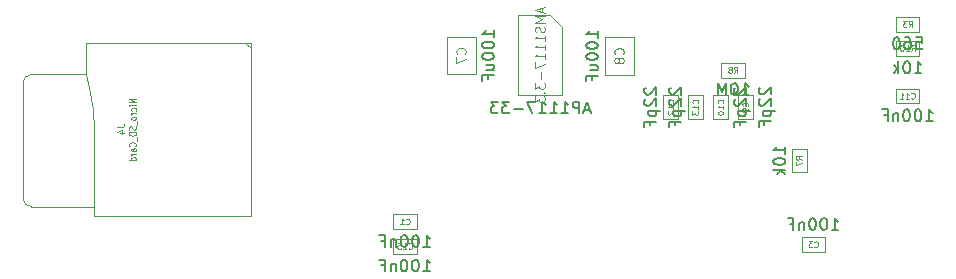
<source format=gbr>
%TF.GenerationSoftware,KiCad,Pcbnew,(5.1.10)-1*%
%TF.CreationDate,2021-08-29T21:18:51+07:00*%
%TF.ProjectId,stm32f405rgt6_Mini,73746d33-3266-4343-9035-726774365f4d,rev?*%
%TF.SameCoordinates,Original*%
%TF.FileFunction,Other,Fab,Bot*%
%FSLAX46Y46*%
G04 Gerber Fmt 4.6, Leading zero omitted, Abs format (unit mm)*
G04 Created by KiCad (PCBNEW (5.1.10)-1) date 2021-08-29 21:18:51*
%MOMM*%
%LPD*%
G01*
G04 APERTURE LIST*
%ADD10C,0.100000*%
%ADD11C,0.050000*%
%ADD12C,0.150000*%
%ADD13C,0.080000*%
%ADD14C,0.120000*%
G04 APERTURE END LIST*
D10*
%TO.C,C13*%
X127162400Y-90572080D02*
X127162400Y-92572080D01*
X128412400Y-90572080D02*
X127162400Y-90572080D01*
X128412400Y-92572080D02*
X128412400Y-90572080D01*
X127162400Y-92572080D02*
X128412400Y-92572080D01*
D11*
%TO.C,J4*%
X89637000Y-86096600D02*
X90137000Y-86596600D01*
X76837000Y-93446600D02*
X76737000Y-91746600D01*
X76737000Y-91746600D02*
X76437000Y-89946600D01*
X76437000Y-89946600D02*
X76137000Y-88746600D01*
X71537000Y-99996600D02*
X76837000Y-99996600D01*
X70837000Y-99296600D02*
X70837000Y-89496600D01*
X71537000Y-88796600D02*
X76137000Y-88796600D01*
X76137000Y-88796600D02*
X76137000Y-86096600D01*
X76837000Y-100796600D02*
X76837000Y-93446600D01*
X90137000Y-100796600D02*
X90137000Y-86096600D01*
X90137000Y-86096600D02*
X76137000Y-86096600D01*
X90137000Y-100796600D02*
X76837000Y-100796600D01*
X70837000Y-99296600D02*
G75*
G03*
X71537000Y-99996600I700000J0D01*
G01*
X70837000Y-89496600D02*
G75*
G02*
X71537000Y-88796600I700000J0D01*
G01*
D10*
%TO.C,C1*%
X102174800Y-101894800D02*
X104174800Y-101894800D01*
X102174800Y-100644800D02*
X102174800Y-101894800D01*
X104174800Y-100644800D02*
X102174800Y-100644800D01*
X104174800Y-101894800D02*
X104174800Y-100644800D01*
%TO.C,C3*%
X138756900Y-102567580D02*
X136756900Y-102567580D01*
X138756900Y-103817580D02*
X138756900Y-102567580D01*
X136756900Y-103817580D02*
X138756900Y-103817580D01*
X136756900Y-102567580D02*
X136756900Y-103817580D01*
%TO.C,C7*%
X109205080Y-88790580D02*
X109205080Y-85590580D01*
X106705080Y-88790580D02*
X109205080Y-88790580D01*
X106705080Y-85590580D02*
X106705080Y-88790580D01*
X109205080Y-85590580D02*
X106705080Y-85590580D01*
%TO.C,C8*%
X120098500Y-88821060D02*
X122598500Y-88821060D01*
X122598500Y-88821060D02*
X122598500Y-85621060D01*
X122598500Y-85621060D02*
X120098500Y-85621060D01*
X120098500Y-85621060D02*
X120098500Y-88821060D01*
%TO.C,C9*%
X132626260Y-90559380D02*
X131376260Y-90559380D01*
X131376260Y-90559380D02*
X131376260Y-92559380D01*
X131376260Y-92559380D02*
X132626260Y-92559380D01*
X132626260Y-92559380D02*
X132626260Y-90559380D01*
%TO.C,C10*%
X130538380Y-92569540D02*
X130538380Y-90569540D01*
X129288380Y-92569540D02*
X130538380Y-92569540D01*
X129288380Y-90569540D02*
X129288380Y-92569540D01*
X130538380Y-90569540D02*
X129288380Y-90569540D01*
%TO.C,C11*%
X144719800Y-91252200D02*
X146719800Y-91252200D01*
X144719800Y-90002200D02*
X144719800Y-91252200D01*
X146719800Y-90002200D02*
X144719800Y-90002200D01*
X146719800Y-91252200D02*
X146719800Y-90002200D01*
%TO.C,C12*%
X125051660Y-90569540D02*
X125051660Y-92569540D01*
X126301660Y-90569540D02*
X125051660Y-90569540D01*
X126301660Y-92569540D02*
X126301660Y-90569540D01*
X125051660Y-92569540D02*
X126301660Y-92569540D01*
%TO.C,C15*%
X102164640Y-103969980D02*
X104164640Y-103969980D01*
X102164640Y-102719980D02*
X102164640Y-103969980D01*
X104164640Y-102719980D02*
X102164640Y-102719980D01*
X104164640Y-103969980D02*
X104164640Y-102719980D01*
%TO.C,R3*%
X144732500Y-85173980D02*
X146732500Y-85173980D01*
X144732500Y-83923980D02*
X144732500Y-85173980D01*
X146732500Y-83923980D02*
X144732500Y-83923980D01*
X146732500Y-85173980D02*
X146732500Y-83923980D01*
%TO.C,R8*%
X131952240Y-89057640D02*
X131952240Y-87807640D01*
X131952240Y-87807640D02*
X129952240Y-87807640D01*
X129952240Y-87807640D02*
X129952240Y-89057640D01*
X129952240Y-89057640D02*
X131952240Y-89057640D01*
%TO.C,R10*%
X146732500Y-87213600D02*
X146732500Y-85963600D01*
X146732500Y-85963600D02*
X144732500Y-85963600D01*
X144732500Y-85963600D02*
X144732500Y-87213600D01*
X144732500Y-87213600D02*
X146732500Y-87213600D01*
%TO.C,AMS1117-3.3*%
X116480200Y-84797400D02*
X115480200Y-83797400D01*
X116480200Y-84797400D02*
X116480200Y-90497400D01*
X115480200Y-83797400D02*
X112780200Y-83797400D01*
X116480200Y-90497400D02*
X112780200Y-90497400D01*
X112780200Y-83797400D02*
X112780200Y-90497400D01*
%TO.C,R7*%
X135925400Y-95088200D02*
X135925400Y-97088200D01*
X137175400Y-95088200D02*
X135925400Y-95088200D01*
X137175400Y-97088200D02*
X137175400Y-95088200D01*
X135925400Y-97088200D02*
X137175400Y-97088200D01*
%TD*%
%TO.C,C13*%
D12*
X125655019Y-89929222D02*
X125607400Y-89976841D01*
X125559780Y-90072080D01*
X125559780Y-90310175D01*
X125607400Y-90405413D01*
X125655019Y-90453032D01*
X125750257Y-90500651D01*
X125845495Y-90500651D01*
X125988352Y-90453032D01*
X126559780Y-89881603D01*
X126559780Y-90500651D01*
X125655019Y-90881603D02*
X125607400Y-90929222D01*
X125559780Y-91024460D01*
X125559780Y-91262556D01*
X125607400Y-91357794D01*
X125655019Y-91405413D01*
X125750257Y-91453032D01*
X125845495Y-91453032D01*
X125988352Y-91405413D01*
X126559780Y-90833984D01*
X126559780Y-91453032D01*
X125893114Y-91881603D02*
X126893114Y-91881603D01*
X125940733Y-91881603D02*
X125893114Y-91976841D01*
X125893114Y-92167318D01*
X125940733Y-92262556D01*
X125988352Y-92310175D01*
X126083590Y-92357794D01*
X126369304Y-92357794D01*
X126464542Y-92310175D01*
X126512161Y-92262556D01*
X126559780Y-92167318D01*
X126559780Y-91976841D01*
X126512161Y-91881603D01*
X126035971Y-93119699D02*
X126035971Y-92786365D01*
X126559780Y-92786365D02*
X125559780Y-92786365D01*
X125559780Y-93262556D01*
D13*
X127965971Y-91250651D02*
X127989780Y-91226841D01*
X128013590Y-91155413D01*
X128013590Y-91107794D01*
X127989780Y-91036365D01*
X127942161Y-90988746D01*
X127894542Y-90964937D01*
X127799304Y-90941127D01*
X127727876Y-90941127D01*
X127632638Y-90964937D01*
X127585019Y-90988746D01*
X127537400Y-91036365D01*
X127513590Y-91107794D01*
X127513590Y-91155413D01*
X127537400Y-91226841D01*
X127561209Y-91250651D01*
X128013590Y-91726841D02*
X128013590Y-91441127D01*
X128013590Y-91583984D02*
X127513590Y-91583984D01*
X127585019Y-91536365D01*
X127632638Y-91488746D01*
X127656447Y-91441127D01*
X127513590Y-91893508D02*
X127513590Y-92203032D01*
X127704066Y-92036365D01*
X127704066Y-92107794D01*
X127727876Y-92155413D01*
X127751685Y-92179222D01*
X127799304Y-92203032D01*
X127918352Y-92203032D01*
X127965971Y-92179222D01*
X127989780Y-92155413D01*
X128013590Y-92107794D01*
X128013590Y-91964937D01*
X127989780Y-91917318D01*
X127965971Y-91893508D01*
%TO.C,J4*%
D10*
X78808428Y-93246600D02*
X79237000Y-93246600D01*
X79322714Y-93218028D01*
X79379857Y-93160885D01*
X79408428Y-93075171D01*
X79408428Y-93018028D01*
X79008428Y-93789457D02*
X79408428Y-93789457D01*
X78779857Y-93646600D02*
X79208428Y-93503742D01*
X79208428Y-93875171D01*
X80408428Y-90839457D02*
X79808428Y-90839457D01*
X80237000Y-91006123D01*
X79808428Y-91172790D01*
X80408428Y-91172790D01*
X80408428Y-91410885D02*
X80008428Y-91410885D01*
X79808428Y-91410885D02*
X79837000Y-91387076D01*
X79865571Y-91410885D01*
X79837000Y-91434695D01*
X79808428Y-91410885D01*
X79865571Y-91410885D01*
X80379857Y-91863266D02*
X80408428Y-91815647D01*
X80408428Y-91720409D01*
X80379857Y-91672790D01*
X80351285Y-91648980D01*
X80294142Y-91625171D01*
X80122714Y-91625171D01*
X80065571Y-91648980D01*
X80037000Y-91672790D01*
X80008428Y-91720409D01*
X80008428Y-91815647D01*
X80037000Y-91863266D01*
X80408428Y-92077552D02*
X80008428Y-92077552D01*
X80122714Y-92077552D02*
X80065571Y-92101361D01*
X80037000Y-92125171D01*
X80008428Y-92172790D01*
X80008428Y-92220409D01*
X80408428Y-92458504D02*
X80379857Y-92410885D01*
X80351285Y-92387076D01*
X80294142Y-92363266D01*
X80122714Y-92363266D01*
X80065571Y-92387076D01*
X80037000Y-92410885D01*
X80008428Y-92458504D01*
X80008428Y-92529933D01*
X80037000Y-92577552D01*
X80065571Y-92601361D01*
X80122714Y-92625171D01*
X80294142Y-92625171D01*
X80351285Y-92601361D01*
X80379857Y-92577552D01*
X80408428Y-92529933D01*
X80408428Y-92458504D01*
X80465571Y-92720409D02*
X80465571Y-93101361D01*
X80379857Y-93196600D02*
X80408428Y-93268028D01*
X80408428Y-93387076D01*
X80379857Y-93434695D01*
X80351285Y-93458504D01*
X80294142Y-93482314D01*
X80237000Y-93482314D01*
X80179857Y-93458504D01*
X80151285Y-93434695D01*
X80122714Y-93387076D01*
X80094142Y-93291838D01*
X80065571Y-93244219D01*
X80037000Y-93220409D01*
X79979857Y-93196600D01*
X79922714Y-93196600D01*
X79865571Y-93220409D01*
X79837000Y-93244219D01*
X79808428Y-93291838D01*
X79808428Y-93410885D01*
X79837000Y-93482314D01*
X80408428Y-93696600D02*
X79808428Y-93696600D01*
X79808428Y-93815647D01*
X79837000Y-93887076D01*
X79894142Y-93934695D01*
X79951285Y-93958504D01*
X80065571Y-93982314D01*
X80151285Y-93982314D01*
X80265571Y-93958504D01*
X80322714Y-93934695D01*
X80379857Y-93887076D01*
X80408428Y-93815647D01*
X80408428Y-93696600D01*
X80465571Y-94077552D02*
X80465571Y-94458504D01*
X80351285Y-94863266D02*
X80379857Y-94839457D01*
X80408428Y-94768028D01*
X80408428Y-94720409D01*
X80379857Y-94648980D01*
X80322714Y-94601361D01*
X80265571Y-94577552D01*
X80151285Y-94553742D01*
X80065571Y-94553742D01*
X79951285Y-94577552D01*
X79894142Y-94601361D01*
X79837000Y-94648980D01*
X79808428Y-94720409D01*
X79808428Y-94768028D01*
X79837000Y-94839457D01*
X79865571Y-94863266D01*
X80408428Y-95291838D02*
X80094142Y-95291838D01*
X80037000Y-95268028D01*
X80008428Y-95220409D01*
X80008428Y-95125171D01*
X80037000Y-95077552D01*
X80379857Y-95291838D02*
X80408428Y-95244219D01*
X80408428Y-95125171D01*
X80379857Y-95077552D01*
X80322714Y-95053742D01*
X80265571Y-95053742D01*
X80208428Y-95077552D01*
X80179857Y-95125171D01*
X80179857Y-95244219D01*
X80151285Y-95291838D01*
X80408428Y-95529933D02*
X80008428Y-95529933D01*
X80122714Y-95529933D02*
X80065571Y-95553742D01*
X80037000Y-95577552D01*
X80008428Y-95625171D01*
X80008428Y-95672790D01*
X80408428Y-96053742D02*
X79808428Y-96053742D01*
X80379857Y-96053742D02*
X80408428Y-96006123D01*
X80408428Y-95910885D01*
X80379857Y-95863266D01*
X80351285Y-95839457D01*
X80294142Y-95815647D01*
X80122714Y-95815647D01*
X80065571Y-95839457D01*
X80037000Y-95863266D01*
X80008428Y-95910885D01*
X80008428Y-96006123D01*
X80037000Y-96053742D01*
%TO.C,C1*%
D12*
X104722419Y-103402180D02*
X105293847Y-103402180D01*
X105008133Y-103402180D02*
X105008133Y-102402180D01*
X105103371Y-102545038D01*
X105198609Y-102640276D01*
X105293847Y-102687895D01*
X104103371Y-102402180D02*
X104008133Y-102402180D01*
X103912895Y-102449800D01*
X103865276Y-102497419D01*
X103817657Y-102592657D01*
X103770038Y-102783133D01*
X103770038Y-103021228D01*
X103817657Y-103211704D01*
X103865276Y-103306942D01*
X103912895Y-103354561D01*
X104008133Y-103402180D01*
X104103371Y-103402180D01*
X104198609Y-103354561D01*
X104246228Y-103306942D01*
X104293847Y-103211704D01*
X104341466Y-103021228D01*
X104341466Y-102783133D01*
X104293847Y-102592657D01*
X104246228Y-102497419D01*
X104198609Y-102449800D01*
X104103371Y-102402180D01*
X103150990Y-102402180D02*
X103055752Y-102402180D01*
X102960514Y-102449800D01*
X102912895Y-102497419D01*
X102865276Y-102592657D01*
X102817657Y-102783133D01*
X102817657Y-103021228D01*
X102865276Y-103211704D01*
X102912895Y-103306942D01*
X102960514Y-103354561D01*
X103055752Y-103402180D01*
X103150990Y-103402180D01*
X103246228Y-103354561D01*
X103293847Y-103306942D01*
X103341466Y-103211704D01*
X103389085Y-103021228D01*
X103389085Y-102783133D01*
X103341466Y-102592657D01*
X103293847Y-102497419D01*
X103246228Y-102449800D01*
X103150990Y-102402180D01*
X102389085Y-102735514D02*
X102389085Y-103402180D01*
X102389085Y-102830752D02*
X102341466Y-102783133D01*
X102246228Y-102735514D01*
X102103371Y-102735514D01*
X102008133Y-102783133D01*
X101960514Y-102878371D01*
X101960514Y-103402180D01*
X101150990Y-102878371D02*
X101484323Y-102878371D01*
X101484323Y-103402180D02*
X101484323Y-102402180D01*
X101008133Y-102402180D01*
D13*
X103258133Y-101448371D02*
X103281942Y-101472180D01*
X103353371Y-101495990D01*
X103400990Y-101495990D01*
X103472419Y-101472180D01*
X103520038Y-101424561D01*
X103543847Y-101376942D01*
X103567657Y-101281704D01*
X103567657Y-101210276D01*
X103543847Y-101115038D01*
X103520038Y-101067419D01*
X103472419Y-101019800D01*
X103400990Y-100995990D01*
X103353371Y-100995990D01*
X103281942Y-101019800D01*
X103258133Y-101043609D01*
X102781942Y-101495990D02*
X103067657Y-101495990D01*
X102924800Y-101495990D02*
X102924800Y-100995990D01*
X102972419Y-101067419D01*
X103020038Y-101115038D01*
X103067657Y-101138847D01*
%TO.C,C3*%
D12*
X139304519Y-101964960D02*
X139875947Y-101964960D01*
X139590233Y-101964960D02*
X139590233Y-100964960D01*
X139685471Y-101107818D01*
X139780709Y-101203056D01*
X139875947Y-101250675D01*
X138685471Y-100964960D02*
X138590233Y-100964960D01*
X138494995Y-101012580D01*
X138447376Y-101060199D01*
X138399757Y-101155437D01*
X138352138Y-101345913D01*
X138352138Y-101584008D01*
X138399757Y-101774484D01*
X138447376Y-101869722D01*
X138494995Y-101917341D01*
X138590233Y-101964960D01*
X138685471Y-101964960D01*
X138780709Y-101917341D01*
X138828328Y-101869722D01*
X138875947Y-101774484D01*
X138923566Y-101584008D01*
X138923566Y-101345913D01*
X138875947Y-101155437D01*
X138828328Y-101060199D01*
X138780709Y-101012580D01*
X138685471Y-100964960D01*
X137733090Y-100964960D02*
X137637852Y-100964960D01*
X137542614Y-101012580D01*
X137494995Y-101060199D01*
X137447376Y-101155437D01*
X137399757Y-101345913D01*
X137399757Y-101584008D01*
X137447376Y-101774484D01*
X137494995Y-101869722D01*
X137542614Y-101917341D01*
X137637852Y-101964960D01*
X137733090Y-101964960D01*
X137828328Y-101917341D01*
X137875947Y-101869722D01*
X137923566Y-101774484D01*
X137971185Y-101584008D01*
X137971185Y-101345913D01*
X137923566Y-101155437D01*
X137875947Y-101060199D01*
X137828328Y-101012580D01*
X137733090Y-100964960D01*
X136971185Y-101298294D02*
X136971185Y-101964960D01*
X136971185Y-101393532D02*
X136923566Y-101345913D01*
X136828328Y-101298294D01*
X136685471Y-101298294D01*
X136590233Y-101345913D01*
X136542614Y-101441151D01*
X136542614Y-101964960D01*
X135733090Y-101441151D02*
X136066423Y-101441151D01*
X136066423Y-101964960D02*
X136066423Y-100964960D01*
X135590233Y-100964960D01*
D13*
X137840233Y-103371151D02*
X137864042Y-103394960D01*
X137935471Y-103418770D01*
X137983090Y-103418770D01*
X138054519Y-103394960D01*
X138102138Y-103347341D01*
X138125947Y-103299722D01*
X138149757Y-103204484D01*
X138149757Y-103133056D01*
X138125947Y-103037818D01*
X138102138Y-102990199D01*
X138054519Y-102942580D01*
X137983090Y-102918770D01*
X137935471Y-102918770D01*
X137864042Y-102942580D01*
X137840233Y-102966389D01*
X137673566Y-102918770D02*
X137364042Y-102918770D01*
X137530709Y-103109246D01*
X137459280Y-103109246D01*
X137411661Y-103133056D01*
X137387852Y-103156865D01*
X137364042Y-103204484D01*
X137364042Y-103323532D01*
X137387852Y-103371151D01*
X137411661Y-103394960D01*
X137459280Y-103418770D01*
X137602138Y-103418770D01*
X137649757Y-103394960D01*
X137673566Y-103371151D01*
%TO.C,C7*%
D12*
X110707460Y-85642960D02*
X110707460Y-85071532D01*
X110707460Y-85357246D02*
X109707460Y-85357246D01*
X109850318Y-85262008D01*
X109945556Y-85166770D01*
X109993175Y-85071532D01*
X109707460Y-86262008D02*
X109707460Y-86357246D01*
X109755080Y-86452484D01*
X109802699Y-86500103D01*
X109897937Y-86547722D01*
X110088413Y-86595341D01*
X110326508Y-86595341D01*
X110516984Y-86547722D01*
X110612222Y-86500103D01*
X110659841Y-86452484D01*
X110707460Y-86357246D01*
X110707460Y-86262008D01*
X110659841Y-86166770D01*
X110612222Y-86119151D01*
X110516984Y-86071532D01*
X110326508Y-86023913D01*
X110088413Y-86023913D01*
X109897937Y-86071532D01*
X109802699Y-86119151D01*
X109755080Y-86166770D01*
X109707460Y-86262008D01*
X109707460Y-87214389D02*
X109707460Y-87309627D01*
X109755080Y-87404865D01*
X109802699Y-87452484D01*
X109897937Y-87500103D01*
X110088413Y-87547722D01*
X110326508Y-87547722D01*
X110516984Y-87500103D01*
X110612222Y-87452484D01*
X110659841Y-87404865D01*
X110707460Y-87309627D01*
X110707460Y-87214389D01*
X110659841Y-87119151D01*
X110612222Y-87071532D01*
X110516984Y-87023913D01*
X110326508Y-86976294D01*
X110088413Y-86976294D01*
X109897937Y-87023913D01*
X109802699Y-87071532D01*
X109755080Y-87119151D01*
X109707460Y-87214389D01*
X110040794Y-88404865D02*
X110707460Y-88404865D01*
X110040794Y-87976294D02*
X110564603Y-87976294D01*
X110659841Y-88023913D01*
X110707460Y-88119151D01*
X110707460Y-88262008D01*
X110659841Y-88357246D01*
X110612222Y-88404865D01*
X110183651Y-89214389D02*
X110183651Y-88881056D01*
X110707460Y-88881056D02*
X109707460Y-88881056D01*
X109707460Y-89357246D01*
D14*
X108240794Y-87057246D02*
X108278889Y-87019151D01*
X108316984Y-86904865D01*
X108316984Y-86828675D01*
X108278889Y-86714389D01*
X108202699Y-86638199D01*
X108126508Y-86600103D01*
X107974127Y-86562008D01*
X107859841Y-86562008D01*
X107707460Y-86600103D01*
X107631270Y-86638199D01*
X107555080Y-86714389D01*
X107516984Y-86828675D01*
X107516984Y-86904865D01*
X107555080Y-87019151D01*
X107593175Y-87057246D01*
X107516984Y-87323913D02*
X107516984Y-87857246D01*
X108316984Y-87514389D01*
%TO.C,C8*%
D12*
X119500880Y-85673440D02*
X119500880Y-85102012D01*
X119500880Y-85387726D02*
X118500880Y-85387726D01*
X118643738Y-85292488D01*
X118738976Y-85197250D01*
X118786595Y-85102012D01*
X118500880Y-86292488D02*
X118500880Y-86387726D01*
X118548500Y-86482964D01*
X118596119Y-86530583D01*
X118691357Y-86578202D01*
X118881833Y-86625821D01*
X119119928Y-86625821D01*
X119310404Y-86578202D01*
X119405642Y-86530583D01*
X119453261Y-86482964D01*
X119500880Y-86387726D01*
X119500880Y-86292488D01*
X119453261Y-86197250D01*
X119405642Y-86149631D01*
X119310404Y-86102012D01*
X119119928Y-86054393D01*
X118881833Y-86054393D01*
X118691357Y-86102012D01*
X118596119Y-86149631D01*
X118548500Y-86197250D01*
X118500880Y-86292488D01*
X118500880Y-87244869D02*
X118500880Y-87340107D01*
X118548500Y-87435345D01*
X118596119Y-87482964D01*
X118691357Y-87530583D01*
X118881833Y-87578202D01*
X119119928Y-87578202D01*
X119310404Y-87530583D01*
X119405642Y-87482964D01*
X119453261Y-87435345D01*
X119500880Y-87340107D01*
X119500880Y-87244869D01*
X119453261Y-87149631D01*
X119405642Y-87102012D01*
X119310404Y-87054393D01*
X119119928Y-87006774D01*
X118881833Y-87006774D01*
X118691357Y-87054393D01*
X118596119Y-87102012D01*
X118548500Y-87149631D01*
X118500880Y-87244869D01*
X118834214Y-88435345D02*
X119500880Y-88435345D01*
X118834214Y-88006774D02*
X119358023Y-88006774D01*
X119453261Y-88054393D01*
X119500880Y-88149631D01*
X119500880Y-88292488D01*
X119453261Y-88387726D01*
X119405642Y-88435345D01*
X118977071Y-89244869D02*
X118977071Y-88911536D01*
X119500880Y-88911536D02*
X118500880Y-88911536D01*
X118500880Y-89387726D01*
D14*
X121634214Y-87087726D02*
X121672309Y-87049631D01*
X121710404Y-86935345D01*
X121710404Y-86859155D01*
X121672309Y-86744869D01*
X121596119Y-86668679D01*
X121519928Y-86630583D01*
X121367547Y-86592488D01*
X121253261Y-86592488D01*
X121100880Y-86630583D01*
X121024690Y-86668679D01*
X120948500Y-86744869D01*
X120910404Y-86859155D01*
X120910404Y-86935345D01*
X120948500Y-87049631D01*
X120986595Y-87087726D01*
X121253261Y-87544869D02*
X121215166Y-87468679D01*
X121177071Y-87430583D01*
X121100880Y-87392488D01*
X121062785Y-87392488D01*
X120986595Y-87430583D01*
X120948500Y-87468679D01*
X120910404Y-87544869D01*
X120910404Y-87697250D01*
X120948500Y-87773440D01*
X120986595Y-87811536D01*
X121062785Y-87849631D01*
X121100880Y-87849631D01*
X121177071Y-87811536D01*
X121215166Y-87773440D01*
X121253261Y-87697250D01*
X121253261Y-87544869D01*
X121291357Y-87468679D01*
X121329452Y-87430583D01*
X121405642Y-87392488D01*
X121558023Y-87392488D01*
X121634214Y-87430583D01*
X121672309Y-87468679D01*
X121710404Y-87544869D01*
X121710404Y-87697250D01*
X121672309Y-87773440D01*
X121634214Y-87811536D01*
X121558023Y-87849631D01*
X121405642Y-87849631D01*
X121329452Y-87811536D01*
X121291357Y-87773440D01*
X121253261Y-87697250D01*
%TO.C,C9*%
D12*
X133228879Y-89916522D02*
X133181260Y-89964141D01*
X133133640Y-90059380D01*
X133133640Y-90297475D01*
X133181260Y-90392713D01*
X133228879Y-90440332D01*
X133324117Y-90487951D01*
X133419355Y-90487951D01*
X133562212Y-90440332D01*
X134133640Y-89868903D01*
X134133640Y-90487951D01*
X133228879Y-90868903D02*
X133181260Y-90916522D01*
X133133640Y-91011760D01*
X133133640Y-91249856D01*
X133181260Y-91345094D01*
X133228879Y-91392713D01*
X133324117Y-91440332D01*
X133419355Y-91440332D01*
X133562212Y-91392713D01*
X134133640Y-90821284D01*
X134133640Y-91440332D01*
X133466974Y-91868903D02*
X134466974Y-91868903D01*
X133514593Y-91868903D02*
X133466974Y-91964141D01*
X133466974Y-92154618D01*
X133514593Y-92249856D01*
X133562212Y-92297475D01*
X133657450Y-92345094D01*
X133943164Y-92345094D01*
X134038402Y-92297475D01*
X134086021Y-92249856D01*
X134133640Y-92154618D01*
X134133640Y-91964141D01*
X134086021Y-91868903D01*
X133609831Y-93106999D02*
X133609831Y-92773665D01*
X134133640Y-92773665D02*
X133133640Y-92773665D01*
X133133640Y-93249856D01*
D13*
X132179831Y-91476046D02*
X132203640Y-91452237D01*
X132227450Y-91380808D01*
X132227450Y-91333189D01*
X132203640Y-91261760D01*
X132156021Y-91214141D01*
X132108402Y-91190332D01*
X132013164Y-91166522D01*
X131941736Y-91166522D01*
X131846498Y-91190332D01*
X131798879Y-91214141D01*
X131751260Y-91261760D01*
X131727450Y-91333189D01*
X131727450Y-91380808D01*
X131751260Y-91452237D01*
X131775069Y-91476046D01*
X132227450Y-91714141D02*
X132227450Y-91809380D01*
X132203640Y-91856999D01*
X132179831Y-91880808D01*
X132108402Y-91928427D01*
X132013164Y-91952237D01*
X131822688Y-91952237D01*
X131775069Y-91928427D01*
X131751260Y-91904618D01*
X131727450Y-91856999D01*
X131727450Y-91761760D01*
X131751260Y-91714141D01*
X131775069Y-91690332D01*
X131822688Y-91666522D01*
X131941736Y-91666522D01*
X131989355Y-91690332D01*
X132013164Y-91714141D01*
X132036974Y-91761760D01*
X132036974Y-91856999D01*
X132013164Y-91904618D01*
X131989355Y-91928427D01*
X131941736Y-91952237D01*
%TO.C,C10*%
D12*
X131140999Y-89926682D02*
X131093380Y-89974301D01*
X131045760Y-90069540D01*
X131045760Y-90307635D01*
X131093380Y-90402873D01*
X131140999Y-90450492D01*
X131236237Y-90498111D01*
X131331475Y-90498111D01*
X131474332Y-90450492D01*
X132045760Y-89879063D01*
X132045760Y-90498111D01*
X131140999Y-90879063D02*
X131093380Y-90926682D01*
X131045760Y-91021920D01*
X131045760Y-91260016D01*
X131093380Y-91355254D01*
X131140999Y-91402873D01*
X131236237Y-91450492D01*
X131331475Y-91450492D01*
X131474332Y-91402873D01*
X132045760Y-90831444D01*
X132045760Y-91450492D01*
X131379094Y-91879063D02*
X132379094Y-91879063D01*
X131426713Y-91879063D02*
X131379094Y-91974301D01*
X131379094Y-92164778D01*
X131426713Y-92260016D01*
X131474332Y-92307635D01*
X131569570Y-92355254D01*
X131855284Y-92355254D01*
X131950522Y-92307635D01*
X131998141Y-92260016D01*
X132045760Y-92164778D01*
X132045760Y-91974301D01*
X131998141Y-91879063D01*
X131521951Y-93117159D02*
X131521951Y-92783825D01*
X132045760Y-92783825D02*
X131045760Y-92783825D01*
X131045760Y-93260016D01*
D13*
X130091951Y-91248111D02*
X130115760Y-91224301D01*
X130139570Y-91152873D01*
X130139570Y-91105254D01*
X130115760Y-91033825D01*
X130068141Y-90986206D01*
X130020522Y-90962397D01*
X129925284Y-90938587D01*
X129853856Y-90938587D01*
X129758618Y-90962397D01*
X129710999Y-90986206D01*
X129663380Y-91033825D01*
X129639570Y-91105254D01*
X129639570Y-91152873D01*
X129663380Y-91224301D01*
X129687189Y-91248111D01*
X130139570Y-91724301D02*
X130139570Y-91438587D01*
X130139570Y-91581444D02*
X129639570Y-91581444D01*
X129710999Y-91533825D01*
X129758618Y-91486206D01*
X129782427Y-91438587D01*
X129639570Y-92033825D02*
X129639570Y-92081444D01*
X129663380Y-92129063D01*
X129687189Y-92152873D01*
X129734808Y-92176682D01*
X129830046Y-92200492D01*
X129949094Y-92200492D01*
X130044332Y-92176682D01*
X130091951Y-92152873D01*
X130115760Y-92129063D01*
X130139570Y-92081444D01*
X130139570Y-92033825D01*
X130115760Y-91986206D01*
X130091951Y-91962397D01*
X130044332Y-91938587D01*
X129949094Y-91914778D01*
X129830046Y-91914778D01*
X129734808Y-91938587D01*
X129687189Y-91962397D01*
X129663380Y-91986206D01*
X129639570Y-92033825D01*
%TO.C,C11*%
D12*
X147267419Y-92759580D02*
X147838847Y-92759580D01*
X147553133Y-92759580D02*
X147553133Y-91759580D01*
X147648371Y-91902438D01*
X147743609Y-91997676D01*
X147838847Y-92045295D01*
X146648371Y-91759580D02*
X146553133Y-91759580D01*
X146457895Y-91807200D01*
X146410276Y-91854819D01*
X146362657Y-91950057D01*
X146315038Y-92140533D01*
X146315038Y-92378628D01*
X146362657Y-92569104D01*
X146410276Y-92664342D01*
X146457895Y-92711961D01*
X146553133Y-92759580D01*
X146648371Y-92759580D01*
X146743609Y-92711961D01*
X146791228Y-92664342D01*
X146838847Y-92569104D01*
X146886466Y-92378628D01*
X146886466Y-92140533D01*
X146838847Y-91950057D01*
X146791228Y-91854819D01*
X146743609Y-91807200D01*
X146648371Y-91759580D01*
X145695990Y-91759580D02*
X145600752Y-91759580D01*
X145505514Y-91807200D01*
X145457895Y-91854819D01*
X145410276Y-91950057D01*
X145362657Y-92140533D01*
X145362657Y-92378628D01*
X145410276Y-92569104D01*
X145457895Y-92664342D01*
X145505514Y-92711961D01*
X145600752Y-92759580D01*
X145695990Y-92759580D01*
X145791228Y-92711961D01*
X145838847Y-92664342D01*
X145886466Y-92569104D01*
X145934085Y-92378628D01*
X145934085Y-92140533D01*
X145886466Y-91950057D01*
X145838847Y-91854819D01*
X145791228Y-91807200D01*
X145695990Y-91759580D01*
X144934085Y-92092914D02*
X144934085Y-92759580D01*
X144934085Y-92188152D02*
X144886466Y-92140533D01*
X144791228Y-92092914D01*
X144648371Y-92092914D01*
X144553133Y-92140533D01*
X144505514Y-92235771D01*
X144505514Y-92759580D01*
X143695990Y-92235771D02*
X144029323Y-92235771D01*
X144029323Y-92759580D02*
X144029323Y-91759580D01*
X143553133Y-91759580D01*
D13*
X146041228Y-90805771D02*
X146065038Y-90829580D01*
X146136466Y-90853390D01*
X146184085Y-90853390D01*
X146255514Y-90829580D01*
X146303133Y-90781961D01*
X146326942Y-90734342D01*
X146350752Y-90639104D01*
X146350752Y-90567676D01*
X146326942Y-90472438D01*
X146303133Y-90424819D01*
X146255514Y-90377200D01*
X146184085Y-90353390D01*
X146136466Y-90353390D01*
X146065038Y-90377200D01*
X146041228Y-90401009D01*
X145565038Y-90853390D02*
X145850752Y-90853390D01*
X145707895Y-90853390D02*
X145707895Y-90353390D01*
X145755514Y-90424819D01*
X145803133Y-90472438D01*
X145850752Y-90496247D01*
X145088847Y-90853390D02*
X145374561Y-90853390D01*
X145231704Y-90853390D02*
X145231704Y-90353390D01*
X145279323Y-90424819D01*
X145326942Y-90472438D01*
X145374561Y-90496247D01*
%TO.C,C12*%
D12*
X123544279Y-89926682D02*
X123496660Y-89974301D01*
X123449040Y-90069540D01*
X123449040Y-90307635D01*
X123496660Y-90402873D01*
X123544279Y-90450492D01*
X123639517Y-90498111D01*
X123734755Y-90498111D01*
X123877612Y-90450492D01*
X124449040Y-89879063D01*
X124449040Y-90498111D01*
X123544279Y-90879063D02*
X123496660Y-90926682D01*
X123449040Y-91021920D01*
X123449040Y-91260016D01*
X123496660Y-91355254D01*
X123544279Y-91402873D01*
X123639517Y-91450492D01*
X123734755Y-91450492D01*
X123877612Y-91402873D01*
X124449040Y-90831444D01*
X124449040Y-91450492D01*
X123782374Y-91879063D02*
X124782374Y-91879063D01*
X123829993Y-91879063D02*
X123782374Y-91974301D01*
X123782374Y-92164778D01*
X123829993Y-92260016D01*
X123877612Y-92307635D01*
X123972850Y-92355254D01*
X124258564Y-92355254D01*
X124353802Y-92307635D01*
X124401421Y-92260016D01*
X124449040Y-92164778D01*
X124449040Y-91974301D01*
X124401421Y-91879063D01*
X123925231Y-93117159D02*
X123925231Y-92783825D01*
X124449040Y-92783825D02*
X123449040Y-92783825D01*
X123449040Y-93260016D01*
D13*
X125855231Y-91248111D02*
X125879040Y-91224301D01*
X125902850Y-91152873D01*
X125902850Y-91105254D01*
X125879040Y-91033825D01*
X125831421Y-90986206D01*
X125783802Y-90962397D01*
X125688564Y-90938587D01*
X125617136Y-90938587D01*
X125521898Y-90962397D01*
X125474279Y-90986206D01*
X125426660Y-91033825D01*
X125402850Y-91105254D01*
X125402850Y-91152873D01*
X125426660Y-91224301D01*
X125450469Y-91248111D01*
X125902850Y-91724301D02*
X125902850Y-91438587D01*
X125902850Y-91581444D02*
X125402850Y-91581444D01*
X125474279Y-91533825D01*
X125521898Y-91486206D01*
X125545707Y-91438587D01*
X125450469Y-91914778D02*
X125426660Y-91938587D01*
X125402850Y-91986206D01*
X125402850Y-92105254D01*
X125426660Y-92152873D01*
X125450469Y-92176682D01*
X125498088Y-92200492D01*
X125545707Y-92200492D01*
X125617136Y-92176682D01*
X125902850Y-91890968D01*
X125902850Y-92200492D01*
%TO.C,C15*%
D12*
X104712259Y-105477360D02*
X105283687Y-105477360D01*
X104997973Y-105477360D02*
X104997973Y-104477360D01*
X105093211Y-104620218D01*
X105188449Y-104715456D01*
X105283687Y-104763075D01*
X104093211Y-104477360D02*
X103997973Y-104477360D01*
X103902735Y-104524980D01*
X103855116Y-104572599D01*
X103807497Y-104667837D01*
X103759878Y-104858313D01*
X103759878Y-105096408D01*
X103807497Y-105286884D01*
X103855116Y-105382122D01*
X103902735Y-105429741D01*
X103997973Y-105477360D01*
X104093211Y-105477360D01*
X104188449Y-105429741D01*
X104236068Y-105382122D01*
X104283687Y-105286884D01*
X104331306Y-105096408D01*
X104331306Y-104858313D01*
X104283687Y-104667837D01*
X104236068Y-104572599D01*
X104188449Y-104524980D01*
X104093211Y-104477360D01*
X103140830Y-104477360D02*
X103045592Y-104477360D01*
X102950354Y-104524980D01*
X102902735Y-104572599D01*
X102855116Y-104667837D01*
X102807497Y-104858313D01*
X102807497Y-105096408D01*
X102855116Y-105286884D01*
X102902735Y-105382122D01*
X102950354Y-105429741D01*
X103045592Y-105477360D01*
X103140830Y-105477360D01*
X103236068Y-105429741D01*
X103283687Y-105382122D01*
X103331306Y-105286884D01*
X103378925Y-105096408D01*
X103378925Y-104858313D01*
X103331306Y-104667837D01*
X103283687Y-104572599D01*
X103236068Y-104524980D01*
X103140830Y-104477360D01*
X102378925Y-104810694D02*
X102378925Y-105477360D01*
X102378925Y-104905932D02*
X102331306Y-104858313D01*
X102236068Y-104810694D01*
X102093211Y-104810694D01*
X101997973Y-104858313D01*
X101950354Y-104953551D01*
X101950354Y-105477360D01*
X101140830Y-104953551D02*
X101474163Y-104953551D01*
X101474163Y-105477360D02*
X101474163Y-104477360D01*
X100997973Y-104477360D01*
D13*
X103486068Y-103523551D02*
X103509878Y-103547360D01*
X103581306Y-103571170D01*
X103628925Y-103571170D01*
X103700354Y-103547360D01*
X103747973Y-103499741D01*
X103771782Y-103452122D01*
X103795592Y-103356884D01*
X103795592Y-103285456D01*
X103771782Y-103190218D01*
X103747973Y-103142599D01*
X103700354Y-103094980D01*
X103628925Y-103071170D01*
X103581306Y-103071170D01*
X103509878Y-103094980D01*
X103486068Y-103118789D01*
X103009878Y-103571170D02*
X103295592Y-103571170D01*
X103152735Y-103571170D02*
X103152735Y-103071170D01*
X103200354Y-103142599D01*
X103247973Y-103190218D01*
X103295592Y-103214027D01*
X102557497Y-103071170D02*
X102795592Y-103071170D01*
X102819401Y-103309265D01*
X102795592Y-103285456D01*
X102747973Y-103261646D01*
X102628925Y-103261646D01*
X102581306Y-103285456D01*
X102557497Y-103309265D01*
X102533687Y-103356884D01*
X102533687Y-103475932D01*
X102557497Y-103523551D01*
X102581306Y-103547360D01*
X102628925Y-103571170D01*
X102747973Y-103571170D01*
X102795592Y-103547360D01*
X102819401Y-103523551D01*
%TO.C,R3*%
D12*
X146446785Y-85651360D02*
X146922976Y-85651360D01*
X146970595Y-86127551D01*
X146922976Y-86079932D01*
X146827738Y-86032313D01*
X146589642Y-86032313D01*
X146494404Y-86079932D01*
X146446785Y-86127551D01*
X146399166Y-86222789D01*
X146399166Y-86460884D01*
X146446785Y-86556122D01*
X146494404Y-86603741D01*
X146589642Y-86651360D01*
X146827738Y-86651360D01*
X146922976Y-86603741D01*
X146970595Y-86556122D01*
X145542023Y-85651360D02*
X145732500Y-85651360D01*
X145827738Y-85698980D01*
X145875357Y-85746599D01*
X145970595Y-85889456D01*
X146018214Y-86079932D01*
X146018214Y-86460884D01*
X145970595Y-86556122D01*
X145922976Y-86603741D01*
X145827738Y-86651360D01*
X145637261Y-86651360D01*
X145542023Y-86603741D01*
X145494404Y-86556122D01*
X145446785Y-86460884D01*
X145446785Y-86222789D01*
X145494404Y-86127551D01*
X145542023Y-86079932D01*
X145637261Y-86032313D01*
X145827738Y-86032313D01*
X145922976Y-86079932D01*
X145970595Y-86127551D01*
X146018214Y-86222789D01*
X144827738Y-85651360D02*
X144732500Y-85651360D01*
X144637261Y-85698980D01*
X144589642Y-85746599D01*
X144542023Y-85841837D01*
X144494404Y-86032313D01*
X144494404Y-86270408D01*
X144542023Y-86460884D01*
X144589642Y-86556122D01*
X144637261Y-86603741D01*
X144732500Y-86651360D01*
X144827738Y-86651360D01*
X144922976Y-86603741D01*
X144970595Y-86556122D01*
X145018214Y-86460884D01*
X145065833Y-86270408D01*
X145065833Y-86032313D01*
X145018214Y-85841837D01*
X144970595Y-85746599D01*
X144922976Y-85698980D01*
X144827738Y-85651360D01*
D13*
X145815833Y-84775170D02*
X145982500Y-84537075D01*
X146101547Y-84775170D02*
X146101547Y-84275170D01*
X145911071Y-84275170D01*
X145863452Y-84298980D01*
X145839642Y-84322789D01*
X145815833Y-84370408D01*
X145815833Y-84441837D01*
X145839642Y-84489456D01*
X145863452Y-84513265D01*
X145911071Y-84537075D01*
X146101547Y-84537075D01*
X145649166Y-84275170D02*
X145339642Y-84275170D01*
X145506309Y-84465646D01*
X145434880Y-84465646D01*
X145387261Y-84489456D01*
X145363452Y-84513265D01*
X145339642Y-84560884D01*
X145339642Y-84679932D01*
X145363452Y-84727551D01*
X145387261Y-84751360D01*
X145434880Y-84775170D01*
X145577738Y-84775170D01*
X145625357Y-84751360D01*
X145649166Y-84727551D01*
%TO.C,R8*%
D12*
X131714144Y-90535020D02*
X132285573Y-90535020D01*
X131999859Y-90535020D02*
X131999859Y-89535020D01*
X132095097Y-89677878D01*
X132190335Y-89773116D01*
X132285573Y-89820735D01*
X131095097Y-89535020D02*
X130999859Y-89535020D01*
X130904620Y-89582640D01*
X130857001Y-89630259D01*
X130809382Y-89725497D01*
X130761763Y-89915973D01*
X130761763Y-90154068D01*
X130809382Y-90344544D01*
X130857001Y-90439782D01*
X130904620Y-90487401D01*
X130999859Y-90535020D01*
X131095097Y-90535020D01*
X131190335Y-90487401D01*
X131237954Y-90439782D01*
X131285573Y-90344544D01*
X131333192Y-90154068D01*
X131333192Y-89915973D01*
X131285573Y-89725497D01*
X131237954Y-89630259D01*
X131190335Y-89582640D01*
X131095097Y-89535020D01*
X130333192Y-90535020D02*
X130333192Y-89535020D01*
X129999859Y-90249306D01*
X129666525Y-89535020D01*
X129666525Y-90535020D01*
D13*
X131035573Y-88658830D02*
X131202240Y-88420735D01*
X131321287Y-88658830D02*
X131321287Y-88158830D01*
X131130811Y-88158830D01*
X131083192Y-88182640D01*
X131059382Y-88206449D01*
X131035573Y-88254068D01*
X131035573Y-88325497D01*
X131059382Y-88373116D01*
X131083192Y-88396925D01*
X131130811Y-88420735D01*
X131321287Y-88420735D01*
X130749859Y-88373116D02*
X130797478Y-88349306D01*
X130821287Y-88325497D01*
X130845097Y-88277878D01*
X130845097Y-88254068D01*
X130821287Y-88206449D01*
X130797478Y-88182640D01*
X130749859Y-88158830D01*
X130654620Y-88158830D01*
X130607001Y-88182640D01*
X130583192Y-88206449D01*
X130559382Y-88254068D01*
X130559382Y-88277878D01*
X130583192Y-88325497D01*
X130607001Y-88349306D01*
X130654620Y-88373116D01*
X130749859Y-88373116D01*
X130797478Y-88396925D01*
X130821287Y-88420735D01*
X130845097Y-88468354D01*
X130845097Y-88563592D01*
X130821287Y-88611211D01*
X130797478Y-88635020D01*
X130749859Y-88658830D01*
X130654620Y-88658830D01*
X130607001Y-88635020D01*
X130583192Y-88611211D01*
X130559382Y-88563592D01*
X130559382Y-88468354D01*
X130583192Y-88420735D01*
X130607001Y-88396925D01*
X130654620Y-88373116D01*
%TO.C,R10*%
D12*
X146327738Y-88690980D02*
X146899166Y-88690980D01*
X146613452Y-88690980D02*
X146613452Y-87690980D01*
X146708690Y-87833838D01*
X146803928Y-87929076D01*
X146899166Y-87976695D01*
X145708690Y-87690980D02*
X145613452Y-87690980D01*
X145518214Y-87738600D01*
X145470595Y-87786219D01*
X145422976Y-87881457D01*
X145375357Y-88071933D01*
X145375357Y-88310028D01*
X145422976Y-88500504D01*
X145470595Y-88595742D01*
X145518214Y-88643361D01*
X145613452Y-88690980D01*
X145708690Y-88690980D01*
X145803928Y-88643361D01*
X145851547Y-88595742D01*
X145899166Y-88500504D01*
X145946785Y-88310028D01*
X145946785Y-88071933D01*
X145899166Y-87881457D01*
X145851547Y-87786219D01*
X145803928Y-87738600D01*
X145708690Y-87690980D01*
X144946785Y-88690980D02*
X144946785Y-87690980D01*
X144851547Y-88310028D02*
X144565833Y-88690980D01*
X144565833Y-88024314D02*
X144946785Y-88405266D01*
D13*
X146053928Y-86814790D02*
X146220595Y-86576695D01*
X146339642Y-86814790D02*
X146339642Y-86314790D01*
X146149166Y-86314790D01*
X146101547Y-86338600D01*
X146077738Y-86362409D01*
X146053928Y-86410028D01*
X146053928Y-86481457D01*
X146077738Y-86529076D01*
X146101547Y-86552885D01*
X146149166Y-86576695D01*
X146339642Y-86576695D01*
X145577738Y-86814790D02*
X145863452Y-86814790D01*
X145720595Y-86814790D02*
X145720595Y-86314790D01*
X145768214Y-86386219D01*
X145815833Y-86433838D01*
X145863452Y-86457647D01*
X145268214Y-86314790D02*
X145220595Y-86314790D01*
X145172976Y-86338600D01*
X145149166Y-86362409D01*
X145125357Y-86410028D01*
X145101547Y-86505266D01*
X145101547Y-86624314D01*
X145125357Y-86719552D01*
X145149166Y-86767171D01*
X145172976Y-86790980D01*
X145220595Y-86814790D01*
X145268214Y-86814790D01*
X145315833Y-86790980D01*
X145339642Y-86767171D01*
X145363452Y-86719552D01*
X145387261Y-86624314D01*
X145387261Y-86505266D01*
X145363452Y-86410028D01*
X145339642Y-86362409D01*
X145315833Y-86338600D01*
X145268214Y-86314790D01*
%TO.C,AMS1117-3.3*%
D12*
X118844485Y-91814066D02*
X118368295Y-91814066D01*
X118939723Y-92099780D02*
X118606390Y-91099780D01*
X118273057Y-92099780D01*
X117939723Y-92099780D02*
X117939723Y-91099780D01*
X117558771Y-91099780D01*
X117463533Y-91147400D01*
X117415914Y-91195019D01*
X117368295Y-91290257D01*
X117368295Y-91433114D01*
X117415914Y-91528352D01*
X117463533Y-91575971D01*
X117558771Y-91623590D01*
X117939723Y-91623590D01*
X116415914Y-92099780D02*
X116987342Y-92099780D01*
X116701628Y-92099780D02*
X116701628Y-91099780D01*
X116796866Y-91242638D01*
X116892104Y-91337876D01*
X116987342Y-91385495D01*
X115463533Y-92099780D02*
X116034961Y-92099780D01*
X115749247Y-92099780D02*
X115749247Y-91099780D01*
X115844485Y-91242638D01*
X115939723Y-91337876D01*
X116034961Y-91385495D01*
X114511152Y-92099780D02*
X115082580Y-92099780D01*
X114796866Y-92099780D02*
X114796866Y-91099780D01*
X114892104Y-91242638D01*
X114987342Y-91337876D01*
X115082580Y-91385495D01*
X114177819Y-91099780D02*
X113511152Y-91099780D01*
X113939723Y-92099780D01*
X113130200Y-91718828D02*
X112368295Y-91718828D01*
X111987342Y-91099780D02*
X111368295Y-91099780D01*
X111701628Y-91480733D01*
X111558771Y-91480733D01*
X111463533Y-91528352D01*
X111415914Y-91575971D01*
X111368295Y-91671209D01*
X111368295Y-91909304D01*
X111415914Y-92004542D01*
X111463533Y-92052161D01*
X111558771Y-92099780D01*
X111844485Y-92099780D01*
X111939723Y-92052161D01*
X111987342Y-92004542D01*
X111034961Y-91099780D02*
X110415914Y-91099780D01*
X110749247Y-91480733D01*
X110606390Y-91480733D01*
X110511152Y-91528352D01*
X110463533Y-91575971D01*
X110415914Y-91671209D01*
X110415914Y-91909304D01*
X110463533Y-92004542D01*
X110511152Y-92052161D01*
X110606390Y-92099780D01*
X110892104Y-92099780D01*
X110987342Y-92052161D01*
X111034961Y-92004542D01*
D14*
X114763533Y-83147400D02*
X114763533Y-83528352D01*
X114992104Y-83071209D02*
X114192104Y-83337876D01*
X114992104Y-83604542D01*
X114992104Y-83871209D02*
X114192104Y-83871209D01*
X114763533Y-84137876D01*
X114192104Y-84404542D01*
X114992104Y-84404542D01*
X114954009Y-84747400D02*
X114992104Y-84861685D01*
X114992104Y-85052161D01*
X114954009Y-85128352D01*
X114915914Y-85166447D01*
X114839723Y-85204542D01*
X114763533Y-85204542D01*
X114687342Y-85166447D01*
X114649247Y-85128352D01*
X114611152Y-85052161D01*
X114573057Y-84899780D01*
X114534961Y-84823590D01*
X114496866Y-84785495D01*
X114420676Y-84747400D01*
X114344485Y-84747400D01*
X114268295Y-84785495D01*
X114230200Y-84823590D01*
X114192104Y-84899780D01*
X114192104Y-85090257D01*
X114230200Y-85204542D01*
X114992104Y-85966447D02*
X114992104Y-85509304D01*
X114992104Y-85737876D02*
X114192104Y-85737876D01*
X114306390Y-85661685D01*
X114382580Y-85585495D01*
X114420676Y-85509304D01*
X114992104Y-86728352D02*
X114992104Y-86271209D01*
X114992104Y-86499780D02*
X114192104Y-86499780D01*
X114306390Y-86423590D01*
X114382580Y-86347400D01*
X114420676Y-86271209D01*
X114992104Y-87490257D02*
X114992104Y-87033114D01*
X114992104Y-87261685D02*
X114192104Y-87261685D01*
X114306390Y-87185495D01*
X114382580Y-87109304D01*
X114420676Y-87033114D01*
X114192104Y-87756923D02*
X114192104Y-88290257D01*
X114992104Y-87947400D01*
X114687342Y-88595019D02*
X114687342Y-89204542D01*
X114192104Y-89509304D02*
X114192104Y-90004542D01*
X114496866Y-89737876D01*
X114496866Y-89852161D01*
X114534961Y-89928352D01*
X114573057Y-89966447D01*
X114649247Y-90004542D01*
X114839723Y-90004542D01*
X114915914Y-89966447D01*
X114954009Y-89928352D01*
X114992104Y-89852161D01*
X114992104Y-89623590D01*
X114954009Y-89547400D01*
X114915914Y-89509304D01*
X114915914Y-90347400D02*
X114954009Y-90385495D01*
X114992104Y-90347400D01*
X114954009Y-90309304D01*
X114915914Y-90347400D01*
X114992104Y-90347400D01*
X114192104Y-90652161D02*
X114192104Y-91147400D01*
X114496866Y-90880733D01*
X114496866Y-90995019D01*
X114534961Y-91071209D01*
X114573057Y-91109304D01*
X114649247Y-91147400D01*
X114839723Y-91147400D01*
X114915914Y-91109304D01*
X114954009Y-91071209D01*
X114992104Y-90995019D01*
X114992104Y-90766447D01*
X114954009Y-90690257D01*
X114915914Y-90652161D01*
%TO.C,R7*%
D12*
X135352780Y-95492961D02*
X135352780Y-94921533D01*
X135352780Y-95207247D02*
X134352780Y-95207247D01*
X134495638Y-95112009D01*
X134590876Y-95016771D01*
X134638495Y-94921533D01*
X134352780Y-96112009D02*
X134352780Y-96207247D01*
X134400400Y-96302485D01*
X134448019Y-96350104D01*
X134543257Y-96397723D01*
X134733733Y-96445342D01*
X134971828Y-96445342D01*
X135162304Y-96397723D01*
X135257542Y-96350104D01*
X135305161Y-96302485D01*
X135352780Y-96207247D01*
X135352780Y-96112009D01*
X135305161Y-96016771D01*
X135257542Y-95969152D01*
X135162304Y-95921533D01*
X134971828Y-95873914D01*
X134733733Y-95873914D01*
X134543257Y-95921533D01*
X134448019Y-95969152D01*
X134400400Y-96016771D01*
X134352780Y-96112009D01*
X135352780Y-96873914D02*
X134352780Y-96873914D01*
X134971828Y-96969152D02*
X135352780Y-97254866D01*
X134686114Y-97254866D02*
X135067066Y-96873914D01*
D13*
X136776590Y-96004866D02*
X136538495Y-95838200D01*
X136776590Y-95719152D02*
X136276590Y-95719152D01*
X136276590Y-95909628D01*
X136300400Y-95957247D01*
X136324209Y-95981057D01*
X136371828Y-96004866D01*
X136443257Y-96004866D01*
X136490876Y-95981057D01*
X136514685Y-95957247D01*
X136538495Y-95909628D01*
X136538495Y-95719152D01*
X136276590Y-96171533D02*
X136276590Y-96504866D01*
X136776590Y-96290580D01*
%TD*%
M02*

</source>
